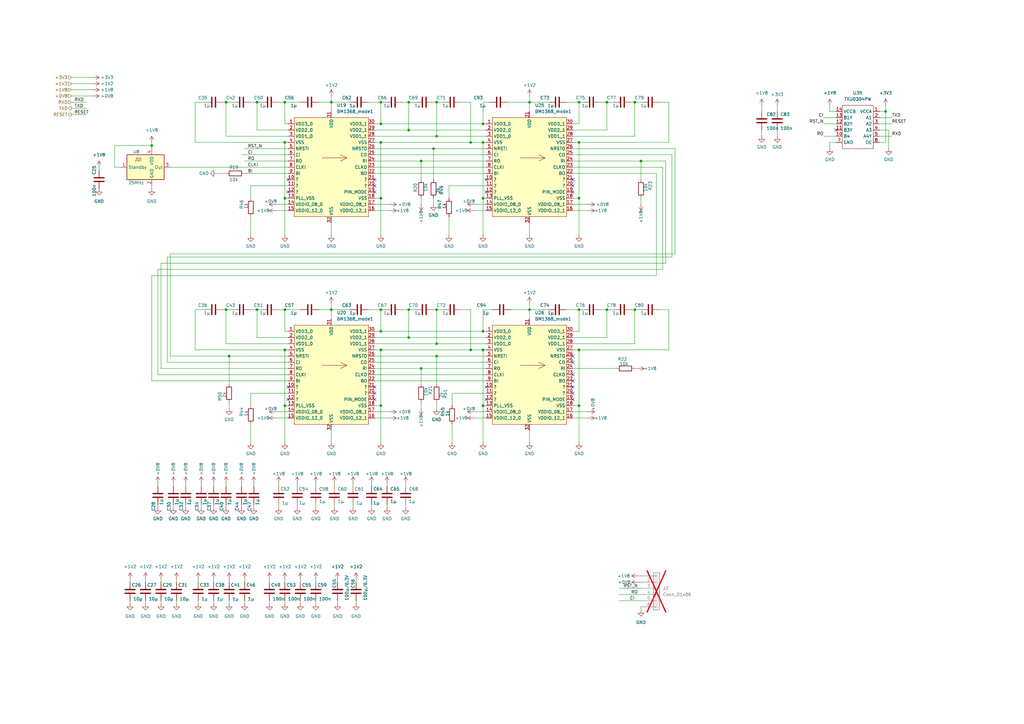
<source format=kicad_sch>
(kicad_sch (version 20231120) (generator "eeschema") (generator_version "8.0")
  (paper "A3")
  (title_block (title "BM1366 PiAxe") (date "2023-10-10") (rev "202"))
  (junction (at 217.17 41.91))
  (junction (at 262.89 66.04))
  (junction (at 156.21 41.91))
  (junction (at 167.64 127))
  (junction (at 248.92 41.91))
  (junction (at 198.12 166.37))
  (junction (at 167.64 41.91))
  (junction (at 363.22 45.72))
  (junction (at 237.49 127))
  (junction (at 92.71 127))
  (junction (at 105.41 127))
  (junction (at 92.71 41.91))
  (junction (at 179.07 127))
  (junction (at 135.89 127))
  (junction (at 116.84 166.37))
  (junction (at 237.49 166.37))
  (junction (at 156.21 50.8))
  (junction (at 62.23 59.69))
  (junction (at 116.84 127))
  (junction (at 116.84 143.51))
  (junction (at 193.04 58.42))
  (junction (at 198.12 135.89))
  (junction (at 93.98 146.05))
  (junction (at 198.12 81.28))
  (junction (at 156.21 127))
  (junction (at 237.49 81.28))
  (junction (at 237.49 58.42))
  (junction (at 260.35 41.91))
  (junction (at 177.8 60.96))
  (junction (at 193.04 143.51))
  (junction (at 172.72 151.13))
  (junction (at 198.12 50.8))
  (junction (at 156.21 135.89))
  (junction (at 237.49 143.51))
  (junction (at 135.89 41.91))
  (junction (at 179.07 146.05))
  (junction (at 260.35 127))
  (junction (at 156.21 143.51))
  (junction (at 105.41 41.91))
  (junction (at 156.21 166.37))
  (junction (at 237.49 41.91))
  (junction (at 116.84 58.42))
  (junction (at 248.92 127))
  (junction (at 179.07 140.97))
  (junction (at 172.72 66.04))
  (junction (at 217.17 127))
  (junction (at 167.64 138.43))
  (junction (at 116.84 41.91))
  (junction (at 116.84 81.28))
  (junction (at 156.21 58.42))
  (junction (at 179.07 55.88))
  (junction (at 198.12 58.42))
  (junction (at 156.21 81.28))
  (junction (at 167.64 53.34))
  (junction (at 179.07 41.91))
  (junction (at 198.12 143.51))
  (no_connect (at 234.95 73.66))
  (no_connect (at 153.67 163.83))
  (no_connect (at 342.9 53.34))
  (no_connect (at 153.67 158.75))
  (no_connect (at 234.95 78.74))
  (no_connect (at 118.11 163.83))
  (no_connect (at 153.67 161.29))
  (no_connect (at 234.95 153.67))
  (no_connect (at 234.95 161.29))
  (no_connect (at 234.95 148.59))
  (no_connect (at 234.95 156.21))
  (no_connect (at 153.67 73.66))
  (no_connect (at 153.67 76.2))
  (no_connect (at 234.95 158.75))
  (no_connect (at 234.95 163.83))
  (no_connect (at 199.39 158.75))
  (no_connect (at 199.39 78.74))
  (no_connect (at 199.39 163.83))
  (no_connect (at 234.95 146.05))
  (no_connect (at 199.39 73.66))
  (no_connect (at 153.67 78.74))
  (no_connect (at 118.11 78.74))
  (no_connect (at 118.11 158.75))
  (no_connect (at 118.11 73.66))
  (no_connect (at 234.95 76.2))
  (wire (pts (xy 153.67 151.13) (xy 172.72 151.13)))
  (wire (pts (xy 151.13 127) (xy 156.21 127)))
  (wire (pts (xy 87.63 246.38) (xy 87.63 247.65)))
  (wire (pts (xy 129.54 207.01) (xy 129.54 208.28)))
  (wire (pts (xy 185.42 161.29) (xy 199.39 161.29)))
  (wire (pts (xy 156.21 143.51) (xy 156.21 166.37)))
  (wire (pts (xy 62.23 59.69) (xy 62.23 60.96)))
  (wire (pts (xy 172.72 66.04) (xy 172.72 73.66)))
  (wire (pts (xy 66.04 246.38) (xy 66.04 247.65)))
  (wire (pts (xy 66.04 107.95) (xy 66.04 151.13)))
  (wire (pts (xy 259.08 127) (xy 260.35 127)))
  (wire (pts (xy 234.95 53.34) (xy 248.92 53.34)))
  (wire (pts (xy 167.64 138.43) (xy 199.39 138.43)))
  (wire (pts (xy 177.8 60.96) (xy 177.8 73.66)))
  (wire (pts (xy 29.21 34.29) (xy 38.1 34.29)))
  (wire (pts (xy 137.16 199.39) (xy 137.16 198.12)))
  (wire (pts (xy 179.07 55.88) (xy 179.07 41.91)))
  (wire (pts (xy 129.54 237.49) (xy 129.54 238.76)))
  (wire (pts (xy 217.17 176.53) (xy 217.17 181.61)))
  (wire (pts (xy 167.64 127) (xy 170.18 127)))
  (wire (pts (xy 246.38 127) (xy 248.92 127)))
  (wire (pts (xy 193.04 58.42) (xy 193.04 41.91)))
  (wire (pts (xy 167.64 53.34) (xy 167.64 41.91)))
  (wire (pts (xy 64.77 198.12) (xy 64.77 199.39)))
  (wire (pts (xy 156.21 58.42) (xy 156.21 81.28)))
  (wire (pts (xy 100.33 71.12) (xy 118.11 71.12)))
  (wire (pts (xy 237.49 41.91) (xy 238.76 41.91)))
  (wire (pts (xy 337.82 48.26) (xy 342.9 48.26)))
  (wire (pts (xy 105.41 127) (xy 106.68 127)))
  (wire (pts (xy 269.24 71.12) (xy 269.24 113.03)))
  (wire (pts (xy 274.32 127) (xy 270.51 127)))
  (wire (pts (xy 62.23 58.42) (xy 62.23 59.69)))
  (wire (pts (xy 64.77 207.01) (xy 64.77 208.28)))
  (wire (pts (xy 340.36 43.18) (xy 340.36 45.72)))
  (wire (pts (xy 62.23 113.03) (xy 62.23 156.21)))
  (wire (pts (xy 234.95 138.43) (xy 248.92 138.43)))
  (wire (pts (xy 153.67 168.91) (xy 160.02 168.91)))
  (wire (pts (xy 153.67 148.59) (xy 199.39 148.59)))
  (wire (pts (xy 234.95 58.42) (xy 237.49 58.42)))
  (wire (pts (xy 234.95 86.36) (xy 241.3 86.36)))
  (wire (pts (xy 40.64 68.58) (xy 40.64 69.85)))
  (wire (pts (xy 156.21 50.8) (xy 198.12 50.8)))
  (wire (pts (xy 156.21 135.89) (xy 156.21 127)))
  (wire (pts (xy 153.67 140.97) (xy 179.07 140.97)))
  (wire (pts (xy 198.12 166.37) (xy 198.12 181.61)))
  (wire (pts (xy 261.62 238.76) (xy 264.16 238.76)))
  (wire (pts (xy 234.95 143.51) (xy 237.49 143.51)))
  (wire (pts (xy 99.06 63.5) (xy 118.11 63.5)))
  (wire (pts (xy 156.21 166.37) (xy 156.21 181.61)))
  (wire (pts (xy 104.14 207.01) (xy 104.14 208.28)))
  (wire (pts (xy 137.16 207.01) (xy 137.16 208.28)))
  (wire (pts (xy 153.67 58.42) (xy 156.21 58.42)))
  (wire (pts (xy 217.17 41.91) (xy 224.79 41.91)))
  (wire (pts (xy 153.67 146.05) (xy 179.07 146.05)))
  (wire (pts (xy 262.89 81.28) (xy 262.89 83.82)))
  (wire (pts (xy 179.07 55.88) (xy 199.39 55.88)))
  (wire (pts (xy 271.78 68.58) (xy 234.95 68.58)))
  (wire (pts (xy 234.95 171.45) (xy 241.3 171.45)))
  (wire (pts (xy 59.69 237.49) (xy 59.69 238.76)))
  (wire (pts (xy 217.17 124.46) (xy 217.17 127)))
  (wire (pts (xy 82.55 207.01) (xy 82.55 208.28)))
  (wire (pts (xy 76.2 207.01) (xy 76.2 208.28)))
  (wire (pts (xy 179.07 127) (xy 181.61 127)))
  (wire (pts (xy 116.84 81.28) (xy 116.84 96.52)))
  (wire (pts (xy 198.12 127) (xy 201.93 127)))
  (wire (pts (xy 46.99 59.69) (xy 46.99 68.58)))
  (wire (pts (xy 66.04 151.13) (xy 118.11 151.13)))
  (wire (pts (xy 237.49 50.8) (xy 237.49 41.91)))
  (wire (pts (xy 246.38 41.91) (xy 248.92 41.91)))
  (wire (pts (xy 153.67 66.04) (xy 172.72 66.04)))
  (wire (pts (xy 364.49 53.34) (xy 360.68 53.34)))
  (wire (pts (xy 118.11 161.29) (xy 102.87 161.29)))
  (wire (pts (xy 123.19 246.38) (xy 123.19 247.65)))
  (wire (pts (xy 71.12 198.12) (xy 71.12 199.39)))
  (wire (pts (xy 194.31 83.82) (xy 199.39 83.82)))
  (wire (pts (xy 248.92 41.91) (xy 251.46 41.91)))
  (wire (pts (xy 29.21 31.75) (xy 38.1 31.75)))
  (wire (pts (xy 59.69 246.38) (xy 59.69 247.65)))
  (wire (pts (xy 62.23 59.69) (xy 46.99 59.69)))
  (wire (pts (xy 93.98 246.38) (xy 93.98 247.65)))
  (wire (pts (xy 217.17 39.37) (xy 217.17 41.91)))
  (wire (pts (xy 273.05 107.95) (xy 66.04 107.95)))
  (wire (pts (xy 146.05 237.49) (xy 146.05 238.76)))
  (wire (pts (xy 237.49 166.37) (xy 237.49 181.61)))
  (wire (pts (xy 184.15 88.9) (xy 184.15 96.52)))
  (wire (pts (xy 116.84 127) (xy 116.84 135.89)))
  (wire (pts (xy 100.33 246.38) (xy 100.33 247.65)))
  (wire (pts (xy 248.92 53.34) (xy 248.92 41.91)))
  (wire (pts (xy 179.07 140.97) (xy 179.07 127)))
  (wire (pts (xy 72.39 237.49) (xy 72.39 238.76)))
  (wire (pts (xy 100.33 237.49) (xy 100.33 238.76)))
  (wire (pts (xy 275.59 63.5) (xy 234.95 63.5)))
  (wire (pts (xy 275.59 105.41) (xy 275.59 63.5)))
  (wire (pts (xy 179.07 146.05) (xy 199.39 146.05)))
  (wire (pts (xy 184.15 76.2) (xy 199.39 76.2)))
  (wire (pts (xy 177.8 81.28) (xy 177.8 83.82)))
  (wire (pts (xy 360.68 48.26) (xy 365.76 48.26)))
  (wire (pts (xy 156.21 135.89) (xy 198.12 135.89)))
  (wire (pts (xy 274.32 58.42) (xy 274.32 41.91)))
  (wire (pts (xy 234.95 55.88) (xy 260.35 55.88)))
  (wire (pts (xy 234.95 140.97) (xy 260.35 140.97)))
  (wire (pts (xy 153.67 63.5) (xy 199.39 63.5)))
  (wire (pts (xy 177.8 127) (xy 179.07 127)))
  (wire (pts (xy 135.89 124.46) (xy 135.89 127)))
  (wire (pts (xy 234.95 66.04) (xy 262.89 66.04)))
  (wire (pts (xy 179.07 146.05) (xy 179.07 157.48)))
  (wire (pts (xy 153.67 55.88) (xy 179.07 55.88)))
  (wire (pts (xy 116.84 135.89) (xy 118.11 135.89)))
  (wire (pts (xy 340.36 45.72) (xy 342.9 45.72)))
  (wire (pts (xy 151.13 41.91) (xy 156.21 41.91)))
  (wire (pts (xy 46.99 68.58) (xy 49.53 68.58)))
  (wire (pts (xy 153.67 71.12) (xy 199.39 71.12)))
  (wire (pts (xy 99.06 198.12) (xy 99.06 199.39)))
  (wire (pts (xy 318.77 53.34) (xy 318.77 55.88)))
  (wire (pts (xy 262.89 248.92) (xy 264.16 248.92)))
  (wire (pts (xy 217.17 127) (xy 217.17 130.81)))
  (wire (pts (xy 363.22 43.18) (xy 363.22 45.72)))
  (wire (pts (xy 110.49 237.49) (xy 110.49 238.76)))
  (wire (pts (xy 114.3 41.91) (xy 116.84 41.91)))
  (wire (pts (xy 92.71 140.97) (xy 118.11 140.97)))
  (wire (pts (xy 165.1 41.91) (xy 167.64 41.91)))
  (wire (pts (xy 172.72 165.1) (xy 172.72 167.64)))
  (wire (pts (xy 237.49 135.89) (xy 237.49 127)))
  (wire (pts (xy 69.85 146.05) (xy 93.98 146.05)))
  (wire (pts (xy 274.32 143.51) (xy 274.32 127)))
  (wire (pts (xy 114.3 198.12) (xy 114.3 199.39)))
  (wire (pts (xy 135.89 91.44) (xy 135.89 96.52)))
  (wire (pts (xy 105.41 41.91) (xy 106.68 41.91)))
  (wire (pts (xy 237.49 81.28) (xy 237.49 96.52)))
  (wire (pts (xy 156.21 81.28) (xy 156.21 96.52)))
  (wire (pts (xy 217.17 91.44) (xy 217.17 96.52)))
  (wire (pts (xy 273.05 66.04) (xy 273.05 107.95)))
  (wire (pts (xy 237.49 143.51) (xy 237.49 166.37)))
  (wire (pts (xy 200.66 41.91) (xy 198.12 41.91)))
  (wire (pts (xy 234.95 166.37) (xy 237.49 166.37)))
  (wire (pts (xy 123.19 237.49) (xy 123.19 238.76)))
  (wire (pts (xy 153.67 153.67) (xy 199.39 153.67)))
  (wire (pts (xy 92.71 55.88) (xy 92.71 41.91)))
  (wire (pts (xy 116.84 58.42) (xy 116.84 81.28)))
  (wire (pts (xy 172.72 151.13) (xy 172.72 157.48)))
  (wire (pts (xy 69.85 104.14) (xy 69.85 146.05)))
  (wire (pts (xy 135.89 41.91) (xy 143.51 41.91)))
  (wire (pts (xy 156.21 127) (xy 157.48 127)))
  (wire (pts (xy 116.84 143.51) (xy 116.84 166.37)))
  (wire (pts (xy 167.64 138.43) (xy 167.64 127)))
  (wire (pts (xy 158.75 199.39) (xy 158.75 198.12)))
  (wire (pts (xy 153.67 81.28) (xy 156.21 81.28)))
  (wire (pts (xy 102.87 41.91) (xy 105.41 41.91)))
  (wire (pts (xy 102.87 127) (xy 105.41 127)))
  (wire (pts (xy 105.41 138.43) (xy 105.41 127)))
  (wire (pts (xy 116.84 58.42) (xy 80.01 58.42)))
  (wire (pts (xy 194.31 168.91) (xy 199.39 168.91)))
  (wire (pts (xy 194.31 86.36) (xy 199.39 86.36)))
  (wire (pts (xy 93.98 237.49) (xy 93.98 238.76)))
  (wire (pts (xy 80.01 41.91) (xy 83.82 41.91)))
  (wire (pts (xy 156.21 41.91) (xy 157.48 41.91)))
  (wire (pts (xy 114.3 127) (xy 116.84 127)))
  (wire (pts (xy 199.39 143.51) (xy 198.12 143.51)))
  (wire (pts (xy 234.95 168.91) (xy 241.3 168.91)))
  (wire (pts (xy 113.03 171.45) (xy 118.11 171.45)))
  (wire (pts (xy 217.17 41.91) (xy 217.17 45.72)))
  (wire (pts (xy 237.49 58.42) (xy 274.32 58.42)))
  (wire (pts (xy 121.92 198.12) (xy 121.92 199.39)))
  (wire (pts (xy 153.67 156.21) (xy 199.39 156.21)))
  (wire (pts (xy 184.15 76.2) (xy 184.15 81.28)))
  (wire (pts (xy 72.39 246.38) (xy 72.39 247.65)))
  (wire (pts (xy 208.28 41.91) (xy 217.17 41.91)))
  (wire (pts (xy 177.8 60.96) (xy 199.39 60.96)))
  (wire (pts (xy 135.89 176.53) (xy 135.89 181.61)))
  (wire (pts (xy 116.84 127) (xy 123.19 127)))
  (wire (pts (xy 152.4 207.01) (xy 152.4 208.28)))
  (wire (pts (xy 113.03 86.36) (xy 118.11 86.36)))
  (wire (pts (xy 68.58 148.59) (xy 118.11 148.59)))
  (wire (pts (xy 166.37 207.01) (xy 166.37 208.28)))
  (wire (pts (xy 276.86 104.14) (xy 69.85 104.14)))
  (wire (pts (xy 116.84 143.51) (xy 80.01 143.51)))
  (wire (pts (xy 68.58 105.41) (xy 275.59 105.41)))
  (wire (pts (xy 92.71 41.91) (xy 95.25 41.91)))
  (wire (pts (xy 193.04 143.51) (xy 198.12 143.51)))
  (wire (pts (xy 64.77 110.49) (xy 271.78 110.49)))
  (wire (pts (xy 130.81 41.91) (xy 135.89 41.91)))
  (wire (pts (xy 76.2 198.12) (xy 76.2 199.39)))
  (wire (pts (xy 116.84 50.8) (xy 118.11 50.8)))
  (wire (pts (xy 144.78 207.01) (xy 144.78 208.28)))
  (wire (pts (xy 113.03 83.82) (xy 118.11 83.82)))
  (wire (pts (xy 93.98 165.1) (xy 93.98 167.64)))
  (wire (pts (xy 177.8 41.91) (xy 179.07 41.91)))
  (wire (pts (xy 87.63 237.49) (xy 87.63 238.76)))
  (wire (pts (xy 234.95 151.13) (xy 252.73 151.13)))
  (wire (pts (xy 153.67 135.89) (xy 156.21 135.89)))
  (wire (pts (xy 102.87 161.29) (xy 102.87 166.37)))
  (wire (pts (xy 363.22 45.72) (xy 360.68 45.72)))
  (wire (pts (xy 193.04 58.42) (xy 198.12 58.42)))
  (wire (pts (xy 91.44 41.91) (xy 92.71 41.91)))
  (wire (pts (xy 153.67 166.37) (xy 156.21 166.37)))
  (wire (pts (xy 69.85 68.58) (xy 118.11 68.58)))
  (wire (pts (xy 82.55 198.12) (xy 82.55 199.39)))
  (wire (pts (xy 144.78 198.12) (xy 144.78 199.39)))
  (wire (pts (xy 234.95 71.12) (xy 269.24 71.12)))
  (wire (pts (xy 198.12 81.28) (xy 199.39 81.28)))
  (wire (pts (xy 337.82 55.88) (xy 342.9 55.88)))
  (wire (pts (xy 360.68 58.42) (xy 363.22 58.42)))
  (wire (pts (xy 129.54 199.39) (xy 129.54 198.12)))
  (wire (pts (xy 198.12 41.91) (xy 198.12 50.8)))
  (wire (pts (xy 105.41 53.34) (xy 105.41 41.91)))
  (wire (pts (xy 138.43 237.49) (xy 138.43 238.76)))
  (wire (pts (xy 318.77 43.18) (xy 318.77 45.72)))
  (wire (pts (xy 100.33 60.96) (xy 118.11 60.96)))
  (wire (pts (xy 259.08 41.91) (xy 260.35 41.91)))
  (wire (pts (xy 146.05 246.38) (xy 146.05 247.65)))
  (wire (pts (xy 260.35 55.88) (xy 260.35 41.91)))
  (wire (pts (xy 88.9 71.12) (xy 92.71 71.12)))
  (wire (pts (xy 234.95 83.82) (xy 241.3 83.82)))
  (wire (pts (xy 262.89 250.19) (xy 262.89 248.92)))
  (wire (pts (xy 135.89 127) (xy 143.51 127)))
  (wire (pts (xy 153.67 171.45) (xy 160.02 171.45)))
  (wire (pts (xy 194.31 171.45) (xy 199.39 171.45)))
  (wire (pts (xy 364.49 60.96) (xy 364.49 53.34)))
  (wire (pts (xy 116.84 166.37) (xy 118.11 166.37)))
  (wire (pts (xy 121.92 207.01) (xy 121.92 208.28)))
  (wire (pts (xy 198.12 143.51) (xy 198.12 166.37)))
  (wire (pts (xy 312.42 43.18) (xy 312.42 45.72)))
  (wire (pts (xy 153.67 86.36) (xy 160.02 86.36)))
  (wire (pts (xy 234.95 60.96) (xy 276.86 60.96)))
  (wire (pts (xy 102.87 76.2) (xy 102.87 81.28)))
  (wire (pts (xy 172.72 151.13) (xy 199.39 151.13)))
  (wire (pts (xy 260.35 127) (xy 262.89 127)))
  (wire (pts (xy 342.9 58.42) (xy 340.36 58.42)))
  (wire (pts (xy 91.44 127) (xy 92.71 127)))
  (wire (pts (xy 248.92 138.43) (xy 248.92 127)))
  (wire (pts (xy 116.84 246.38) (xy 116.84 247.65)))
  (wire (pts (xy 193.04 143.51) (xy 193.04 127)))
  (wire (pts (xy 80.01 127) (xy 83.82 127)))
  (wire (pts (xy 254 246.38) (xy 264.16 246.38)))
  (wire (pts (xy 153.67 68.58) (xy 199.39 68.58)))
  (wire (pts (xy 156.21 50.8) (xy 156.21 41.91)))
  (wire (pts (xy 167.64 53.34) (xy 199.39 53.34)))
  (wire (pts (xy 29.21 39.37) (xy 38.1 39.37)))
  (wire (pts (xy 217.17 127) (xy 224.79 127)))
  (wire (pts (xy 360.68 50.8) (xy 365.76 50.8)))
  (wire (pts (xy 93.98 146.05) (xy 93.98 157.48)))
  (wire (pts (xy 116.84 81.28) (xy 118.11 81.28)))
  (wire (pts (xy 237.49 58.42) (xy 237.49 81.28)))
  (wire (pts (xy 260.35 140.97) (xy 260.35 127)))
  (wire (pts (xy 93.98 146.05) (xy 118.11 146.05)))
  (wire (pts (xy 199.39 58.42) (xy 198.12 58.42)))
  (wire (pts (xy 135.89 39.37) (xy 135.89 41.91)))
  (wire (pts (xy 260.35 41.91) (xy 262.89 41.91)))
  (wire (pts (xy 104.14 198.12) (xy 104.14 199.39)))
  (wire (pts (xy 102.87 76.2) (xy 118.11 76.2)))
  (wire (pts (xy 340.36 58.42) (xy 340.36 60.96)))
  (wire (pts (xy 234.95 50.8) (xy 237.49 50.8)))
  (wire (pts (xy 116.84 237.49) (xy 116.84 238.76)))
  (wire (pts (xy 130.81 127) (xy 135.89 127)))
  (wire (pts (xy 167.64 41.91) (xy 170.18 41.91)))
  (wire (pts (xy 135.89 41.91) (xy 135.89 45.72)))
  (wire (pts (xy 193.04 41.91) (xy 189.23 41.91)))
  (wire (pts (xy 64.77 153.67) (xy 118.11 153.67)))
  (wire (pts (xy 92.71 55.88) (xy 118.11 55.88)))
  (wire (pts (xy 64.77 153.67) (xy 64.77 110.49)))
  (wire (pts (xy 234.95 135.89) (xy 237.49 135.89)))
  (wire (pts (xy 198.12 81.28) (xy 198.12 96.52)))
  (wire (pts (xy 153.67 138.43) (xy 167.64 138.43)))
  (wire (pts (xy 232.41 127) (xy 237.49 127)))
  (wire (pts (xy 248.92 127) (xy 251.46 127)))
  (wire (pts (xy 100.33 66.04) (xy 118.11 66.04)))
  (wire (pts (xy 92.71 127) (xy 95.25 127)))
  (wire (pts (xy 153.67 143.51) (xy 156.21 143.51)))
  (wire (pts (xy 113.03 168.91) (xy 118.11 168.91)))
  (wire (pts (xy 232.41 41.91) (xy 237.49 41.91)))
  (wire (pts (xy 87.63 198.12) (xy 87.63 199.39)))
  (wire (pts (xy 254 241.3) (xy 264.16 241.3)))
  (wire (pts (xy 234.95 81.28) (xy 237.49 81.28)))
  (wire (pts (xy 105.41 53.34) (xy 118.11 53.34)))
  (wire (pts (xy 360.68 55.88) (xy 365.76 55.88)))
  (wire (pts (xy 138.43 246.38) (xy 138.43 247.65)))
  (wire (pts (xy 102.87 173.99) (xy 102.87 181.61)))
  (wire (pts (xy 179.07 41.91) (xy 181.61 41.91)))
  (wire (pts (xy 62.23 76.2) (xy 62.23 77.47)))
  (wire (pts (xy 80.01 143.51) (xy 80.01 127)))
  (wire (pts (xy 102.87 88.9) (xy 102.87 96.52)))
  (wire (pts (xy 92.71 207.01) (xy 92.71 208.28)))
  (wire (pts (xy 179.07 165.1) (xy 179.07 167.64)))
  (wire (pts (xy 158.75 207.01) (xy 158.75 208.28)))
  (wire (pts (xy 81.28 246.38) (xy 81.28 247.65)))
  (wire (pts (xy 185.42 161.29) (xy 185.42 166.37)))
  (wire (pts (xy 92.71 198.12) (xy 92.71 199.39)))
  (wire (pts (xy 337.82 50.8) (xy 342.9 50.8)))
  (wire (pts (xy 87.63 207.01) (xy 87.63 208.28)))
  (wire (pts (xy 260.35 151.13) (xy 261.62 151.13)))
  (wire (pts (xy 62.23 156.21) (xy 118.11 156.21)))
  (wire (pts (xy 92.71 140.97) (xy 92.71 127)))
  (wire (pts (xy 179.07 140.97) (xy 199.39 140.97)))
  (wire (pts (xy 262.89 66.04) (xy 273.05 66.04)))
  (wire (pts (xy 68.58 148.59) (xy 68.58 105.41)))
  (wire (pts (xy 129.54 246.38) (xy 129.54 247.65)))
  (wire (pts (xy 153.67 53.34) (xy 167.64 53.34)))
  (wire (pts (xy 116.84 41.91) (xy 123.19 41.91)))
  (wire (pts (xy 271.78 110.49) (xy 271.78 68.58)))
  (wire (pts (xy 118.11 58.42) (xy 116.84 58.42)))
  (wire (pts (xy 135.89 127) (xy 135.89 130.81)))
  (wire (pts (xy 261.62 236.22) (xy 264.16 236.22)))
  (wire (pts (xy 156.21 143.51) (xy 193.04 143.51)))
  (wire (pts (xy 71.12 207.01) (xy 71.12 208.28)))
  (wire (pts (xy 118.11 143.51) (xy 116.84 143.51)))
  (wire (pts (xy 172.72 81.28) (xy 172.72 83.82)))
  (wire (pts (xy 269.24 113.03) (xy 62.23 113.03)))
  (wire (pts (xy 29.21 41.91) (xy 35.56 41.91)))
  (wire (pts (xy 81.28 237.49) (xy 81.28 238.76)))
  (wire (pts (xy 237.49 143.51) (xy 274.32 143.51)))
  (wire (pts (xy 116.84 41.91) (xy 116.84 50.8)))
  (wire (pts (xy 166.37 199.39) (xy 166.37 198.12)))
  (wire (pts (xy 172.72 66.04) (xy 199.39 66.04)))
  (wire (pts (xy 274.32 41.91) (xy 270.51 41.91)))
  (wire (pts (xy 165.1 127) (xy 167.64 127)))
  (wire (pts (xy 198.12 127) (xy 198.12 135.89)))
  (wire (pts (xy 105.41 138.43) (xy 118.11 138.43)))
  (wire (pts (xy 53.34 237.49) (xy 53.34 238.76)))
  (wire (pts (xy 156.21 58.42) (xy 193.04 58.42)))
  (wire (pts (xy 66.04 237.49) (xy 66.04 238.76)))
  (wire (pts (xy 153.67 83.82) (xy 160.02 83.82)))
  (wire (pts (xy 209.55 127) (xy 217.17 127)))
  (wire (pts (xy 262.89 66.04) (xy 262.89 73.66)))
  (wire (pts (xy 198.12 58.42) (xy 198.12 81.28)))
  (wire (pts (xy 110.49 246.38) (xy 110.49 247.65)))
  (wire (pts (xy 153.67 60.96) (xy 177.8 60.96)))
  (wire (pts (xy 153.67 50.8) (xy 156.21 50.8)))
  (wire (pts (xy 114.3 207.01) (xy 114.3 208.28)))
  (wire (pts (xy 193.04 127) (xy 189.23 127)))
  (wire (pts (xy 116.84 166.37) (xy 116.84 181.61)))
  (wire (pts (xy 29.21 44.45) (xy 35.56 44.45)))
  (wire (pts (xy 312.42 53.34) (xy 312.42 55.88)))
  (wire (pts (xy 152.4 198.12) (xy 152.4 199.39)))
  (wire (pts (xy 185.42 173.99) (xy 185.42 181.61)))
  (wire (pts (xy 254 243.84) (xy 264.16 243.84)))
  (wire (pts (xy 80.01 58.42) (xy 80.01 41.91)))
  (wire (pts (xy 276.86 60.96) (xy 276.86 104.14)))
  (wire (pts (xy 198.12 50.8) (xy 199.39 50.8)))
  (wire (pts (xy 363.22 58.42) (xy 363.22 45.72)))
  (wire (pts (xy 99.06 207.01) (xy 99.06 208.28)))
  (wire (pts (xy 237.49 127) (xy 238.76 127)))
  (wire (pts (xy 29.21 46.99) (xy 35.56 46.99)))
  (wire (pts (xy 53.34 246.38) (xy 53.34 247.65)))
  (wire (pts (xy 29.21 36.83) (xy 38.1 36.83)))
  (wire (pts (xy 198.12 135.89) (xy 199.39 135.89)))
  (wire (pts (xy 198.12 166.37) (xy 199.39 166.37)))
  (label "RO" (at 337.82 55.88 180))
  (label "RESET" (at 365.76 50.8 0))
  (label "RST_N" (at 261.62 241.3 180))
  (label "RO" (at 101.6 66.04 0))
  (label "CI" (at 260.35 246.38 180))
  (label "CLKI" (at 101.6 68.58 0))
  (label "TXD" (at 30.48 44.45 0))
  (label "RXD" (at 30.48 41.91 0))
  (label "RST_N" (at 101.6 60.96 0))
  (label "TXD" (at 365.76 48.26 0))
  (label "RST_N" (at 337.82 50.8 180))
  (label "RXD" (at 365.76 55.88 0))
  (label "RESET" (at 30.48 46.99 0))
  (label "RO" (at 261.62 243.84 180))
  (label "BI" (at 101.6 71.12 0))
  (label "CI" (at 101.6 63.5 0))
  (label "CI" (at 337.82 48.26 180))
  (hierarchical_label "+3V3" (shape input) (at 29.21 31.75 180))
  (hierarchical_label "+0V8" (shape input) (at 29.21 39.37 180))
  (hierarchical_label "+1V8" (shape input) (at 29.21 36.83 180))
  (hierarchical_label "TXD" (shape output) (at 29.21 44.45 180))
  (hierarchical_label "RESET" (shape output) (at 29.21 46.99 180))
  (hierarchical_label "+1V2" (shape input) (at 29.21 34.29 180))
  (hierarchical_label "RXD" (shape input) (at 29.21 41.91 180))
  (symbol (lib_id "power:GND") (at 64.77 208.28 0) (mirror y) (unit 1)
    (property "Reference" "#PWR062" (effects (hide yes)))
    (property "Value" "GND" (at 64.77 212.725 0))
  )
  (symbol (lib_name "GND_7") (lib_id "power:GND") (at 123.19 247.65 0) (unit 1)
    (property "Reference" "#PWR0102" (effects (hide yes)))
    (property "Value" "GND" (at 123.19 252.73 0))
  )
  (symbol (lib_id "power:GND") (at 312.42 55.88 0) (mirror y) (unit 1)
    (property "Reference" "#PWR0150" (effects (hide yes)))
    (property "Value" "GND" (at 312.42 60.325 0))
  )
  (symbol (lib_id "Device:C") (at 173.99 127 90) (unit 1)
    (property "Reference" "C70" (at 171.45 124.46 90) (effects (justify left bottom)))
    (property "Value" "1µ" (at 172.72 127.635 90) (effects (justify left bottom)))
    (property "Footprint" "Capacitor_SMD:C_0805_2012Metric" (effects (hide yes)))
  )
  (symbol (lib_name "GND_7") (lib_id "power:GND") (at 81.28 247.65 0) (unit 1)
    (property "Reference" "#PWR070" (effects (hide yes)))
    (property "Value" "GND" (at 81.28 252.73 0))
  )
  (symbol (lib_id "power:+1V2") (at 38.1 34.29 270) (unit 1)
    (property "Reference" "#PWR050" (effects (hide yes)))
    (property "Value" "+1V2" (at 41.275 34.29 90) (effects (justify left)))
  )
  (symbol (lib_id "Device:C") (at 92.71 203.2 180) (unit 1)
    (property "Reference" "C40" (at 90.17 205.74 90) (effects (justify left bottom)))
    (property "Value" "1µ" (at 93.345 204.47 90) (effects (justify left bottom)))
    (property "Footprint" "Capacitor_SMD:C_0805_2012Metric" (effects (hide yes)))
  )
  (symbol (lib_id "mylib7:+0V8") (at 113.03 168.91 90) (unit 1)
    (property "Reference" "#U018" (effects (hide yes)))
    (property "Value" "+0V8" (at 113.665 167.64 90) (effects (justify left)))
    (property "Distributor" "-" (effects (hide yes)))
  )
  (symbol (lib_id "power:+1V8") (at 62.23 58.42 0) (unit 1)
    (property "Reference" "#PWR060" (effects (hide yes)))
    (property "Value" "+1V8" (at 62.23 53.34 0))
  )
  (symbol (lib_id "power:+1V8") (at 312.42 43.18 0) (unit 1)
    (property "Reference" "#PWR0149" (effects (hide yes)))
    (property "Value" "+1V8" (at 312.42 38.1 0))
  )
  (symbol (lib_id "power:+1V8") (at 261.62 236.22 90) (unit 1)
    (property "Reference" "#PWR0190" (effects (hide yes)))
    (property "Value" "+1V8" (at 258.445 236.22 90) (effects (justify left)))
  )
  (symbol (lib_name "GND_7") (lib_id "power:GND") (at 72.39 247.65 0) (unit 1)
    (property "Reference" "#PWR067" (effects (hide yes)))
    (property "Value" "GND" (at 72.39 252.73 0))
  )
  (symbol (lib_id "power:+1V2") (at 93.98 237.49 0) (unit 1)
    (property "Reference" "#PWR079" (effects (hide yes)))
    (property "Value" "+1V2" (at 93.98 232.41 0))
  )
  (symbol (lib_id "power:GND") (at 217.17 181.61 0) (mirror y) (unit 1)
    (property "Reference" "#PWR0134" (effects (hide yes)))
    (property "Value" "GND" (at 217.17 186.055 0))
  )
  (symbol (lib_id "power:+1V2") (at 217.17 39.37 0) (unit 1)
    (property "Reference" "#PWR0131" (effects (hide yes)))
    (property "Value" "+1V2" (at 217.17 34.925 0))
  )
  (symbol (lib_id "power:GND") (at 217.17 96.52 0) (mirror y) (unit 1)
    (property "Reference" "#PWR0132" (effects (hide yes)))
    (property "Value" "GND" (at 217.17 100.965 0))
  )
  (symbol (lib_id "Device:R") (at 172.72 77.47 0) (unit 1)
    (property "Reference" "R20" (at 170.434 76.962 90))
    (property "Value" "10k" (at 174.625 76.835 90))
    (property "Footprint" "Resistor_SMD:R_0805_2012Metric" (effects (hide yes)))
  )
  (symbol (lib_id "power:GND") (at 166.37 208.28 0) (mirror y) (unit 1)
    (property "Reference" "#PWR0124" (effects (hide yes)))
    (property "Value" "GND" (at 166.37 212.725 0))
  )
  (symbol (lib_id "Device:C") (at 99.06 127 90) (unit 1)
    (property "Reference" "C43" (at 96.52 124.46 90) (effects (justify left bottom)))
    (property "Value" "1µ" (at 97.79 127.635 90) (effects (justify left bottom)))
    (property "Footprint" "Capacitor_SMD:C_0805_2012Metric" (effects (hide yes)))
  )
  (symbol (lib_id "power:+1V8") (at 113.03 86.36 90) (unit 1)
    (property "Reference" "#PWR091" (effects (hide yes)))
    (property "Value" "+1V8" (at 107.95 86.36 90))
  )
  (symbol (lib_id "power:+1V2") (at 123.19 237.49 0) (unit 1)
    (property "Reference" "#PWR0101" (effects (hide yes)))
    (property "Value" "+1V2" (at 123.19 232.41 0))
  )
  (symbol (lib_id "power:+1V2") (at 66.04 237.49 0) (unit 1)
    (property "Reference" "#PWR063" (effects (hide yes)))
    (property "Value" "+1V2" (at 66.04 232.41 0))
  )
  (symbol (lib_id "power:+1V8") (at 144.78 198.12 0) (unit 1)
    (property "Reference" "#PWR0113" (effects (hide yes)))
    (property "Value" "+1V8" (at 144.78 194.31 0))
  )
  (symbol (lib_id "power:GND") (at 237.49 181.61 0) (mirror y) (unit 1)
    (property "Reference" "#PWR0136" (effects (hide yes)))
    (property "Value" "GND" (at 237.49 186.055 0))
  )
  (symbol (lib_id "Device:C") (at 185.42 41.91 90) (unit 1)
    (property "Reference" "C71" (at 182.88 39.37 90) (effects (justify left bottom)))
    (property "Value" "1µ" (at 184.15 42.545 90) (effects (justify left bottom)))
    (property "Footprint" "Capacitor_SMD:C_0805_2012Metric" (effects (hide yes)))
  )
  (symbol (lib_id "power:+1V2") (at 87.63 237.49 0) (unit 1)
    (property "Reference" "#PWR073" (effects (hide yes)))
    (property "Value" "+1V2" (at 87.63 232.41 0))
  )
  (symbol (lib_id "power:GND") (at 135.89 96.52 0) (mirror y) (unit 1)
    (property "Reference" "#PWR0108" (effects (hide yes)))
    (property "Value" "GND" (at 135.89 100.965 0))
  )
  (symbol (lib_id "Device:R") (at 185.42 170.18 0) (mirror y) (unit 1)
    (property "Reference" "R45" (at 181.61 168.91 90))
    (property "Value" "1k" (at 183.515 169.545 90))
    (property "Footprint" "Resistor_SMD:R_0805_2012Metric" (effects (hide yes)))
  )
  (symbol (lib_name "GND_4") (lib_id "power:GND") (at 88.9 71.12 270) (unit 1)
    (property "Reference" "#PWR075" (effects (hide yes)))
    (property "Value" "GND" (at 85.725 71.12 90) (effects (justify right)))
  )
  (symbol (lib_id "mylib7:+0V8") (at 241.3 83.82 270) (unit 1)
    (property "Reference" "#U027" (effects (hide yes)))
    (property "Value" "+0V8" (at 244.475 83.82 90) (effects (justify left)))
    (property "Distributor" "-" (effects (hide yes)))
  )
  (symbol (lib_id "mylib7:TXU0304") (at 350.52 50.8 0) (mirror y) (unit 1)
    (property "Reference" "U35" (at 351.79 38.1 0))
    (property "Value" "TXU0304PW" (at 351.79 40.64 0))
    (property "Footprint" "Package_SO:TSSOP-14_4.4x5mm_P0.65mm " (effects (hide yes)))
    (property "Distributor" "D" (effects (hide yes)))
    (property "Manufacturer" "TXU0304PWR" (effects (hide yes)))
    (property "OrderNr" "296-TXU0304PWRCT-ND" (effects (hide yes)))
  )
  (symbol (lib_id "power:+1V8") (at 160.02 86.36 270) (unit 1)
    (property "Reference" "#PWR0121" (effects (hide yes)))
    (property "Value" "+1V8" (at 165.1 86.36 90))
  )
  (symbol (lib_id "power:+1V8") (at 38.1 36.83 270) (unit 1)
    (property "Reference" "#PWR051" (effects (hide yes)))
    (property "Value" "+1V8" (at 41.275 36.83 90) (effects (justify left)))
  )
  (symbol (lib_id "power:+1V8") (at 152.4 198.12 0) (unit 1)
    (property "Reference" "#PWR0115" (effects (hide yes)))
    (property "Value" "+1V8" (at 152.4 194.31 0))
  )
  (symbol (lib_id "mylib7:+0V8") (at 99.06 198.12 0) (unit 1)
    (property "Reference" "#U015" (effects (hide yes)))
    (property "Value" "+0V8" (at 99.06 194.945 90) (effects (justify left)))
    (property "Distributor" "-" (effects (hide yes)))
  )
  (symbol (lib_id "power:GND") (at 92.71 208.28 0) (mirror y) (unit 1)
    (property "Reference" "#PWR078" (effects (hide yes)))
    (property "Value" "GND" (at 92.71 212.725 0))
  )
  (symbol (lib_id "mylib7:+0V8") (at 160.02 83.82 270) (unit 1)
    (property "Reference" "#U021" (effects (hide yes)))
    (property "Value" "+0V8" (at 163.195 83.82 90) (effects (justify left)))
    (property "Distributor" "-" (effects (hide yes)))
  )
  (symbol (lib_id "power:GND") (at 71.12 208.28 0) (mirror y) (unit 1)
    (property "Reference" "#PWR065" (effects (hide yes)))
    (property "Value" "GND" (at 71.12 212.725 0))
  )
  (symbol (lib_id "mylib7:+0V8") (at 71.12 198.12 0) (unit 1)
    (property "Reference" "#U010" (effects (hide yes)))
    (property "Value" "+0V8" (at 71.12 194.945 90) (effects (justify left)))
    (property "Distributor" "-" (effects (hide yes)))
  )
  (symbol (lib_id "Device:R") (at 93.98 161.29 180) (unit 1)
    (property "Reference" "R50" (at 90.17 162.56 90))
    (property "Value" "2k" (at 92.075 161.925 90))
    (property "Footprint" "Resistor_SMD:R_0805_2012Metric" (effects (hide yes)))
  )
  (symbol (lib_id "Device:C") (at 173.99 41.91 90) (unit 1)
    (property "Reference" "C69" (at 171.45 39.37 90) (effects (justify left bottom)))
    (property "Value" "1µ" (at 172.72 42.545 90) (effects (justify left bottom)))
    (property "Footprint" "Capacitor_SMD:C_0805_2012Metric" (effects (hide yes)))
  )
  (symbol (lib_id "Device:R") (at 177.8 77.47 0) (mirror x) (unit 1)
    (property "Reference" "R49" (at 181.102 77.978 90))
    (property "Value" "2k" (at 179.705 78.105 90))
    (property "Footprint" "Resistor_SMD:R_0805_2012Metric" (effects (hide yes)))
  )
  (symbol (lib_id "Device:C") (at 110.49 242.57 0) (unit 1)
    (property "Reference" "C49" (at 111.125 240.665 0) (effects (justify left bottom)))
    (property "Value" "100n" (at 111.76 246.38 0) (effects (justify left bottom)))
    (property "Footprint" "Capacitor_SMD:C_0805_2012Metric" (effects (hide yes)))
  )
  (symbol (lib_id "Device:C") (at 76.2 203.2 180) (unit 1)
    (property "Reference" "C32" (at 73.66 205.74 90) (effects (justify left bottom)))
    (property "Value" "1µ" (at 76.835 204.47 90) (effects (justify left bottom)))
    (property "Footprint" "Capacitor_SMD:C_0805_2012Metric" (effects (hide yes)))
  )
  (symbol (lib_id "mylib7:+0V8") (at 87.63 198.12 0) (unit 1)
    (property "Reference" "#U013" (effects (hide yes)))
    (property "Value" "+0V8" (at 87.63 194.945 90) (effects (justify left)))
    (property "Distributor" "-" (effects (hide yes)))
  )
  (symbol (lib_id "Device:C") (at 138.43 242.57 0) (unit 1)
    (property "Reference" "C55" (at 137.16 241.3 90) (effects (justify left)))
    (property "Value" "100µ/6.3V" (at 142.24 246.38 90) (effects (justify left)))
    (property "Footprint" "Capacitor_SMD:C_1210_3225Metric" (effects (hide yes)))
    (property "Distributor" "D" (effects (hide yes)))
    (property "Manufacturer" "C1210C107M8PAC7800" (effects (hide yes)))
    (property "OrderNr" "399-C1210C107M8PAC7800CT-ND" (effects (hide yes)))
    (instances (project "power" (path "" (reference "C55") (unit 1))) (project "nerdqaxe+" (path "" (reference "C15") (unit 1))))
  )
  (symbol (lib_id "mylib7:+0V8") (at 194.31 168.91 90) (unit 1)
    (property "Reference" "#U024" (effects (hide yes)))
    (property "Value" "+0V8" (at 194.945 167.64 90) (effects (justify left)))
    (property "Distributor" "-" (effects (hide yes)))
  )
  (symbol (lib_id "power:GND") (at 198.12 181.61 0) (mirror y) (unit 1)
    (property "Reference" "#PWR0130" (effects (hide yes)))
    (property "Value" "GND" (at 198.12 186.055 0))
  )
  (symbol (lib_id "Device:C") (at 242.57 127 90) (unit 1)
    (property "Reference" "C76" (at 240.03 124.46 90) (effects (justify left bottom)))
    (property "Value" "1µ" (at 241.3 127.635 90) (effects (justify left bottom)))
    (property "Footprint" "Capacitor_SMD:C_0805_2012Metric" (effects (hide yes)))
  )
  (symbol (lib_id "Device:R") (at 172.72 161.29 0) (unit 1)
    (property "Reference" "R21" (at 176.53 160.02 90))
    (property "Value" "10k" (at 174.625 160.655 90))
    (property "Footprint" "Resistor_SMD:R_0805_2012Metric" (effects (hide yes)))
  )
  (symbol (lib_id "power:GND") (at 184.15 96.52 0) (mirror y) (unit 1)
    (property "Reference" "#PWR0234" (effects (hide yes)))
    (property "Value" "GND" (at 184.15 100.965 0))
  )
  (symbol (lib_id "power:GND") (at 144.78 208.28 0) (mirror y) (unit 1)
    (property "Reference" "#PWR0114" (effects (hide yes)))
    (property "Value" "GND" (at 144.78 212.725 0))
  )
  (symbol (lib_id "power:GND") (at 102.87 96.52 0) (mirror y) (unit 1)
    (property "Reference" "#PWR0233" (effects (hide yes)))
    (property "Value" "GND" (at 102.87 100.965 0))
  )
  (symbol (lib_id "Device:C") (at 166.37 203.2 0) (unit 1)
    (property "Reference" "C68" (at 167.64 201.295 0) (effects (justify left bottom)))
    (property "Value" "1µ" (at 167.64 206.375 0) (effects (justify left bottom)))
    (property "Footprint" "Capacitor_SMD:C_0805_2012Metric" (effects (hide yes)))
  )
  (symbol (lib_id "power:+1V8") (at 194.31 86.36 90) (unit 1)
    (property "Reference" "#PWR0127" (effects (hide yes)))
    (property "Value" "+1V8" (at 189.23 86.36 90))
  )
  (symbol (lib_id "power:+1V8") (at 172.72 167.64 180) (unit 1)
    (property "Reference" "#PWR0126" (effects (hide yes)))
    (property "Value" "+1V8" (at 172.72 172.72 90))
  )
  (symbol (lib_id "power:+1V2") (at 81.28 237.49 0) (unit 1)
    (property "Reference" "#PWR069" (effects (hide yes)))
    (property "Value" "+1V2" (at 81.28 232.41 0))
  )
  (symbol (lib_id "power:+1V8") (at 113.03 171.45 90) (unit 1)
    (property "Reference" "#PWR092" (effects (hide yes)))
    (property "Value" "+1V8" (at 107.95 171.45 90))
  )
  (symbol (lib_id "mylib7:+0V8") (at 113.03 83.82 90) (unit 1)
    (property "Reference" "#U017" (effects (hide yes)))
    (property "Value" "+0V8" (at 113.665 82.55 90) (effects (justify left)))
    (property "Distributor" "-" (effects (hide yes)))
  )
  (symbol (lib_id "power:+1V8") (at 137.16 198.12 0) (unit 1)
    (property "Reference" "#PWR0111" (effects (hide yes)))
    (property "Value" "+1V8" (at 137.16 194.31 0))
  )
  (symbol (lib_id "power:GND") (at 104.14 208.28 0) (mirror y) (unit 1)
    (property "Reference" "#PWR086" (effects (hide yes)))
    (property "Value" "GND" (at 104.14 212.725 0))
  )
  (symbol (lib_id "power:GND") (at 138.43 247.65 0) (mirror y) (unit 1)
    (property "Reference" "#PWR087" (effects (hide yes)))
    (property "Value" "GND" (at 138.43 252.73 0))
  )
  (symbol (lib_id "power:+1V2") (at 53.34 237.49 0) (unit 1)
    (property "Reference" "#PWR056" (effects (hide yes)))
    (property "Value" "+1V2" (at 53.34 232.41 0))
  )
  (symbol (lib_id "power:+1V8") (at 158.75 198.12 0) (unit 1)
    (property "Reference" "#PWR0119" (effects (hide yes)))
    (property "Value" "+1V8" (at 158.75 194.31 0))
  )
  (symbol (lib_id "Device:C") (at 147.32 127 90) (unit 1)
    (property "Reference" "C63" (at 144.145 124.46 90) (effects (justify left bottom)))
    (property "Value" "1µ" (at 146.05 127.635 90) (effects (justify left bottom)))
    (property "Footprint" "Capacitor_SMD:C_0805_2012Metric" (effects (hide yes)))
  )
  (symbol (lib_id "Device:C") (at 81.28 242.57 0) (unit 1)
    (property "Reference" "C33" (at 81.915 240.665 0) (effects (justify left bottom)))
    (property "Value" "1µ" (at 82.55 246.38 0) (effects (justify left bottom)))
    (property "Footprint" "Capacitor_SMD:C_0805_2012Metric" (effects (hide yes)))
  )
  (symbol (lib_id "power:+1V2") (at 138.43 237.49 0) (unit 1)
    (property "Reference" "#PWR076" (effects (hide yes)))
    (property "Value" "+1V2" (at 138.43 232.41 0))
  )
  (symbol (lib_id "power:+1V8") (at 340.36 43.18 0) (unit 1)
    (property "Reference" "#PWR0163" (effects (hide yes)))
    (property "Value" "+1V8" (at 340.36 38.1 0))
  )
  (symbol (lib_id "Device:R") (at 96.52 71.12 90) (unit 1)
    (property "Reference" "R19" (at 95.885 68.58 90))
    (property "Value" "10k" (at 95.885 73.66 90))
    (property "Footprint" "Resistor_SMD:R_0805_2012Metric" (effects (hide yes)))
  )
  (symbol (lib_id "Device:C") (at 185.42 127 90) (unit 1)
    (property "Reference" "C72" (at 182.88 124.46 90) (effects (justify left bottom)))
    (property "Value" "1µ" (at 184.15 127.635 90) (effects (justify left bottom)))
    (property "Footprint" "Capacitor_SMD:C_0805_2012Metric" (effects (hide yes)))
  )
  (symbol (lib_id "power:+3V3") (at 318.77 43.18 0) (unit 1)
    (property "Reference" "#PWR0151" (effects (hide yes)))
    (property "Value" "+3V3" (at 318.77 38.735 0))
  )
  (symbol (lib_id "mylib7:+0V8") (at 64.77 198.12 0) (unit 1)
    (property "Reference" "#U09" (effects (hide yes)))
    (property "Value" "+0V8" (at 64.77 194.945 90) (effects (justify left)))
    (property "Distributor" "-" (effects (hide yes)))
  )
  (symbol (lib_id "mylib7:+0V8") (at 194.31 83.82 90) (unit 1)
    (property "Reference" "#U023" (effects (hide yes)))
    (property "Value" "+0V8" (at 194.945 82.55 90) (effects (justify left)))
    (property "Distributor" "-" (effects (hide yes)))
  )
  (symbol (lib_id "Device:C") (at 99.06 203.2 180) (unit 1)
    (property "Reference" "C44" (at 96.52 205.74 90) (effects (justify left bottom)))
    (property "Value" "1µ" (at 99.695 204.47 90) (effects (justify left bottom)))
    (property "Footprint" "Capacitor_SMD:C_0805_2012Metric" (effects (hide yes)))
  )
  (symbol (lib_id "power:+1V2") (at 59.69 237.49 0) (unit 1)
    (property "Reference" "#PWR058" (effects (hide yes)))
    (property "Value" "+1V2" (at 59.69 232.41 0))
  )
  (symbol (lib_id "Device:C") (at 228.6 41.91 90) (unit 1)
    (property "Reference" "C73" (at 225.425 39.37 90) (effects (justify left bottom)))
    (property "Value" "1µ" (at 227.33 42.545 90) (effects (justify left bottom)))
    (property "Footprint" "Capacitor_SMD:C_0805_2012Metric" (effects (hide yes)))
  )
  (symbol (lib_id "Device:C") (at 318.77 49.53 0) (unit 1)
    (property "Reference" "C83" (at 320.04 47.625 0) (effects (justify left bottom)))
    (property "Value" "100n" (at 320.04 53.34 0) (effects (justify left bottom)))
    (property "Footprint" "Capacitor_SMD:C_0805_2012Metric" (effects (hide yes)))
  )
  (symbol (lib_id "power:+1V8") (at 129.54 198.12 0) (unit 1)
    (property "Reference" "#PWR0103" (effects (hide yes)))
    (property "Value" "+1V8" (at 129.54 194.31 0))
  )
  (symbol (lib_id "power:GND") (at 137.16 208.28 0) (mirror y) (unit 1)
    (property "Reference" "#PWR0112" (effects (hide yes)))
    (property "Value" "GND" (at 137.16 212.725 0))
  )
  (symbol (lib_id "power:+1V8") (at 172.72 83.82 180) (unit 1)
    (property "Reference" "#PWR0125" (effects (hide yes)))
    (property "Value" "+1V8" (at 172.72 88.9 90))
  )
  (symbol (lib_id "Device:C") (at 116.84 242.57 0) (unit 1)
    (property "Reference" "C53" (at 117.475 240.665 0) (effects (justify left bottom)))
    (property "Value" "100n" (at 118.11 246.38 0) (effects (justify left bottom)))
    (property "Footprint" "Capacitor_SMD:C_0805_2012Metric" (effects (hide yes)))
  )
  (symbol (lib_id "power:GND") (at 198.12 96.52 0) (mirror y) (unit 1)
    (property "Reference" "#PWR0129" (effects (hide yes)))
    (property "Value" "GND" (at 198.12 100.965 0))
  )
  (symbol (lib_id "power:+1V8") (at 121.92 198.12 0) (unit 1)
    (property "Reference" "#PWR099" (effects (hide yes)))
    (property "Value" "+1V8" (at 121.92 194.31 0))
  )
  (symbol (lib_id "Device:C") (at 40.64 73.66 0) (unit 1)
    (property "Reference" "C25" (at 39.37 71.755 90) (effects (justify left bottom)))
    (property "Value" "100n" (at 39.37 80.645 90) (effects (justify left bottom)))
    (property "Footprint" "Capacitor_SMD:C_0805_2012Metric" (effects (hide yes)))
  )
  (symbol (lib_id "mylib7:+0V8") (at 82.55 198.12 0) (unit 1)
    (property "Reference" "#U012" (effects (hide yes)))
    (property "Value" "+0V8" (at 82.55 194.945 90) (effects (justify left)))
    (property "Distributor" "-" (effects (hide yes)))
  )
  (symbol (lib_id "power:+1V2") (at 116.84 237.49 0) (unit 1)
    (property "Reference" "#PWR097" (effects (hide yes)))
    (property "Value" "+1V2" (at 116.84 232.41 0))
  )
  (symbol (lib_id "Device:C") (at 152.4 203.2 0) (unit 1)
    (property "Reference" "C64" (at 153.035 201.295 0) (effects (justify left bottom)))
    (property "Value" "1µ" (at 153.035 207.01 0) (effects (justify left bottom)))
    (property "Footprint" "Capacitor_SMD:C_0805_2012Metric" (effects (hide yes)))
  )
  (symbol (lib_id "power:+1V8") (at 262.89 83.82 180) (unit 1)
    (property "Reference" "#PWR0140" (effects (hide yes)))
    (property "Value" "+1V8" (at 262.89 88.9 90))
  )
  (symbol (lib_id "Device:C") (at 146.05 242.57 0) (unit 1)
    (property "Reference" "C56" (at 144.78 241.3 90) (effects (justify left)))
    (property "Value" "100µ/6.3V" (at 149.86 246.38 90) (effects (justify left)))
    (property "Footprint" "Capacitor_SMD:C_1210_3225Metric" (effects (hide yes)))
    (property "Distributor" "D" (effects (hide yes)))
    (property "Manufacturer" "C1210C107M8PAC7800" (effects (hide yes)))
    (property "OrderNr" "399-C1210C107M8PAC7800CT-ND" (effects (hide yes)))
    (instances (project "power" (path "" (reference "C56") (unit 1))) (project "nerdqaxe+" (path "" (reference "C17") (unit 1))))
  )
  (symbol (lib_id "Device:C") (at 129.54 242.57 0) (unit 1)
    (property "Reference" "C59" (at 130.175 240.665 0) (effects (justify left bottom)))
    (property "Value" "100n" (at 130.81 246.38 0) (effects (justify left bottom)))
    (property "Footprint" "Capacitor_SMD:C_0805_2012Metric" (effects (hide yes)))
  )
  (symbol (lib_id "mylib7:+0V8") (at 76.2 198.12 0) (unit 1)
    (property "Reference" "#U011" (effects (hide yes)))
    (property "Value" "+0V8" (at 76.2 194.945 90) (effects (justify left)))
    (property "Distributor" "-" (effects (hide yes)))
  )
  (symbol (lib_id "power:+1V8") (at 40.64 68.58 0) (unit 1)
    (property "Reference" "#PWR054" (effects (hide yes)))
    (property "Value" "+1V8" (at 40.64 63.5 0))
  )
  (symbol (lib_id "power:GND") (at 237.49 96.52 0) (mirror y) (unit 1)
    (property "Reference" "#PWR0135" (effects (hide yes)))
    (property "Value" "GND" (at 237.49 100.965 0))
  )
  (symbol (lib_id "Device:C") (at 72.39 242.57 0) (unit 1)
    (property "Reference" "C31" (at 73.025 240.665 0) (effects (justify left bottom)))
    (property "Value" "10µ" (at 73.66 246.38 0) (effects (justify left bottom)))
    (property "Footprint" "Capacitor_SMD:C_0805_2012Metric" (effects (hide yes)))
    (property "Distributor" "D" (effects (hide yes)))
    (property "Manufacturer" "C2012X5R1E106K125AB" (effects (hide yes)))
    (property "OrderNr" "445-5984-1-ND" (effects (hide yes)))
  )
  (symbol (lib_id "mylib7:BM1368_mode1") (at 217.17 68.58 0) (unit 1)
    (property "Reference" "U25" (at 219.3641 43.18 0) (effects (justify left)))
    (property "Value" "BM1368_mode1" (at 219.3641 45.72 0) (effects (justify left)))
    (property "Footprint" "myfootprints:bm1368-package-modified" (effects (hide yes)))
    (property "Distributor" "X" (effects (hide yes)))
  )
  (symbol (lib_id "Device:C") (at 266.7 127 90) (unit 1)
    (property "Reference" "C80" (at 264.16 124.46 90) (effects (justify left bottom)))
    (property "Value" "1µ" (at 265.43 127.635 90) (effects (justify left bottom)))
    (property "Footprint" "Capacitor_SMD:C_0805_2012Metric" (effects (hide yes)))
  )
  (symbol (lib_id "power:+1V2") (at 135.89 124.46 0) (unit 1)
    (property "Reference" "#PWR0109" (effects (hide yes)))
    (property "Value" "+1V2" (at 135.89 120.015 0))
  )
  (symbol (lib_id "power:+1V8") (at 241.3 86.36 270) (unit 1)
    (property "Reference" "#PWR0137" (effects (hide yes)))
    (property "Value" "+1V8" (at 246.38 86.36 90))
  )
  (symbol (lib_id "power:+1V8") (at 114.3 198.12 0) (unit 1)
    (property "Reference" "#PWR093" (effects (hide yes)))
    (property "Value" "+1V8" (at 114.3 194.31 0))
  )
  (symbol (lib_id "power:GND") (at 114.3 208.28 0) (mirror y) (unit 1)
    (property "Reference" "#PWR094" (effects (hide yes)))
    (property "Value" "GND" (at 114.3 212.725 0))
  )
  (symbol (lib_id "Device:C") (at 100.33 242.57 0) (unit 1)
    (property "Reference" "C46" (at 100.965 240.665 0) (effects (justify left bottom)))
    (property "Value" "1µ" (at 101.6 246.38 0) (effects (justify left bottom)))
    (property "Footprint" "Capacitor_SMD:C_0805_2012Metric" (effects (hide yes)))
  )
  (symbol (lib_id "power:GND") (at 82.55 208.28 0) (mirror y) (unit 1)
    (property "Reference" "#PWR071" (effects (hide yes)))
    (property "Value" "GND" (at 82.55 212.725 0))
  )
  (symbol (lib_id "power:+3V3") (at 38.1 31.75 270) (unit 1)
    (property "Reference" "#PWR0192" (effects (hide yes)))
    (property "Value" "+3V3" (at 41.275 31.75 90) (effects (justify left)))
  )
  (symbol (lib_id "Device:C") (at 147.32 41.91 90) (unit 1)
    (property "Reference" "C62" (at 144.145 39.37 90) (effects (justify left bottom)))
    (property "Value" "1µ" (at 146.05 42.545 90) (effects (justify left bottom)))
    (property "Footprint" "Capacitor_SMD:C_0805_2012Metric" (effects (hide yes)))
  )
  (symbol (lib_id "power:GND") (at 318.77 55.88 0) (mirror y) (unit 1)
    (property "Reference" "#PWR0152" (effects (hide yes)))
    (property "Value" "GND" (at 318.77 60.325 0))
  )
  (symbol (lib_id "Device:C") (at 204.47 41.91 90) (unit 1)
    (property "Reference" "C93" (at 198.12 39.37 90) (effects (justify left bottom)))
    (property "Value" "1µ" (at 199.39 42.545 90) (effects (justify left bottom)))
    (property "Footprint" "Capacitor_SMD:C_0805_2012Metric" (effects (hide yes)))
  )
  (symbol (lib_id "mylib7:+0V8") (at 92.71 198.12 0) (unit 1)
    (property "Reference" "#U014" (effects (hide yes)))
    (property "Value" "+0V8" (at 92.71 194.945 90) (effects (justify left)))
    (property "Distributor" "-" (effects (hide yes)))
  )
  (symbol (lib_name "GND_7") (lib_id "power:GND") (at 116.84 247.65 0) (unit 1)
    (property "Reference" "#PWR098" (effects (hide yes)))
    (property "Value" "GND" (at 116.84 252.73 0))
  )
  (symbol (lib_id "Device:C") (at 71.12 203.2 180) (unit 1)
    (property "Reference" "C30" (at 68.58 205.74 90) (effects (justify left bottom)))
    (property "Value" "1µ" (at 71.755 204.47 90) (effects (justify left bottom)))
    (property "Footprint" "Capacitor_SMD:C_0805_2012Metric" (effects (hide yes)))
  )
  (symbol (lib_id "Device:C") (at 87.63 203.2 180) (unit 1)
    (property "Reference" "C37" (at 85.09 205.74 90) (effects (justify left bottom)))
    (property "Value" "1µ" (at 88.265 204.47 90) (effects (justify left bottom)))
    (property "Footprint" "Capacitor_SMD:C_0805_2012Metric" (effects (hide yes)))
  )
  (symbol (lib_id "power:+1V2") (at 72.39 237.49 0) (unit 1)
    (property "Reference" "#PWR066" (effects (hide yes)))
    (property "Value" "+1V2" (at 72.39 232.41 0))
  )
  (symbol (lib_name "GND_5") (lib_id "power:GND") (at 340.36 60.96 0) (unit 1)
    (property "Reference" "#PWR0164" (effects (hide yes)))
    (property "Value" "GND" (at 340.36 65.405 0))
  )
  (symbol (lib_id "Device:C") (at 127 127 90) (unit 1)
    (property "Reference" "C57" (at 120.65 124.46 90) (effects (justify left bottom)))
    (property "Value" "1µ" (at 121.92 127.635 90) (effects (justify left bottom)))
    (property "Footprint" "Capacitor_SMD:C_0805_2012Metric" (effects (hide yes)))
  )
  (symbol (lib_id "Device:C") (at 99.06 41.91 90) (unit 1)
    (property "Reference" "C42" (at 96.52 39.37 90) (effects (justify left bottom)))
    (property "Value" "1µ" (at 97.79 42.545 90) (effects (justify left bottom)))
    (property "Footprint" "Capacitor_SMD:C_0805_2012Metric" (effects (hide yes)))
  )
  (symbol (lib_id "Device:R") (at 262.89 77.47 0) (unit 1)
    (property "Reference" "R23" (at 266.7 76.2 90))
    (property "Value" "10k" (at 264.795 76.835 90))
    (property "Footprint" "Resistor_SMD:R_0805_2012Metric" (effects (hide yes)))
  )
  (symbol (lib_id "Device:R") (at 102.87 85.09 0) (mirror y) (unit 1)
    (property "Reference" "R46" (at 99.06 83.82 90))
    (property "Value" "1k" (at 100.965 84.455 90))
    (property "Footprint" "Resistor_SMD:R_0805_2012Metric" (effects (hide yes)))
  )
  (symbol (lib_id "power:+1V2") (at 217.17 124.46 0) (unit 1)
    (property "Reference" "#PWR0133" (effects (hide yes)))
    (property "Value" "+1V2" (at 217.17 120.015 0))
  )
  (symbol (lib_id "Device:R") (at 256.54 151.13 90) (unit 1)
    (property "Reference" "R22" (at 255.27 147.32 90))
    (property "Value" "10k" (at 255.905 149.225 90))
    (property "Footprint" "Resistor_SMD:R_0805_2012Metric" (effects (hide yes)))
  )
  (symbol (lib_id "Device:C") (at 161.29 127 90) (unit 1)
    (property "Reference" "C67" (at 158.75 124.46 90) (effects (justify left bottom)))
    (property "Value" "1µ" (at 160.02 127.635 90) (effects (justify left bottom)))
    (property "Footprint" "Capacitor_SMD:C_0805_2012Metric" (effects (hide yes)))
  )
  (symbol (lib_id "power:+1V2") (at 135.89 39.37 0) (unit 1)
    (property "Reference" "#PWR0107" (effects (hide yes)))
    (property "Value" "+1V2" (at 135.89 34.925 0))
  )
  (symbol (lib_name "GND_2") (lib_id "power:GND") (at 40.64 77.47 0) (unit 1)
    (property "Reference" "#PWR055" (effects (hide yes)))
    (property "Value" "GND" (at 40.64 82.55 0))
  )
  (symbol (lib_id "mylib7:+0V8") (at 261.62 238.76 90) (unit 1)
    (property "Reference" "#U031" (effects (hide yes)))
    (property "Value" "+0V8" (at 253.365 238.76 90) (effects (justify right)))
    (property "Distributor" "-" (effects (hide yes)))
  )
  (symbol (lib_id "mylib7:BM1368_mode1") (at 217.17 153.67 0) (unit 1)
    (property "Reference" "U26" (at 219.3641 128.27 0) (effects (justify left)))
    (property "Value" "BM1368_mode1" (at 219.3641 130.81 0) (effects (justify left)))
    (property "Footprint" "myfootprints:bm1368-package-modified" (effects (hide yes)))
    (property "Distributor" "X" (effects (hide yes)))
  )
  (symbol (lib_id "power:+1V2") (at 100.33 237.49 0) (unit 1)
    (property "Reference" "#PWR084" (effects (hide yes)))
    (property "Value" "+1V2" (at 100.33 232.41 0))
  )
  (symbol (lib_id "Device:C") (at 242.57 41.91 90) (unit 1)
    (property "Reference" "C75" (at 240.03 39.37 90) (effects (justify left bottom)))
    (property "Value" "1µ" (at 241.3 42.545 90) (effects (justify left bottom)))
    (property "Footprint" "Capacitor_SMD:C_0805_2012Metric" (effects (hide yes)))
  )
  (symbol (lib_id "mylib7:+0V8") (at 160.02 168.91 270) (unit 1)
    (property "Reference" "#U022" (effects (hide yes)))
    (property "Value" "+0V8" (at 163.195 168.91 90) (effects (justify left)))
    (property "Distributor" "-" (effects (hide yes)))
  )
  (symbol (lib_name "GND_3") (lib_id "power:GND") (at 62.23 77.47 0) (unit 1)
    (property "Reference" "#PWR061" (effects (hide yes)))
    (property "Value" "GND" (at 62.23 82.55 0))
  )
  (symbol (lib_id "Device:R") (at 179.07 161.29 0) (mirror x) (unit 1)
    (property "Reference" "R51" (at 182.626 161.544 90))
    (property "Value" "2k" (at 180.975 161.925 90))
    (property "Footprint" "Resistor_SMD:R_0805_2012Metric" (effects (hide yes)))
  )
  (symbol (lib_id "mylib7:+0V8") (at 241.3 168.91 270) (unit 1)
    (property "Reference" "#U028" (effects (hide yes)))
    (property "Value" "+0V8" (at 243.205 163.195 0) (effects (justify left)))
    (property "Distributor" "-" (effects (hide yes)))
  )
  (symbol (lib_name "GND_7") (lib_id "power:GND") (at 87.63 247.65 0) (unit 1)
    (property "Reference" "#PWR074" (effects (hide yes)))
    (property "Value" "GND" (at 87.63 252.73 0))
  )
  (symbol (lib_id "Device:C") (at 205.74 127 90) (unit 1)
    (property "Reference" "C94" (at 199.39 124.46 90) (effects (justify left bottom)))
    (property "Value" "1µ" (at 200.66 127.635 90) (effects (justify left bottom)))
    (property "Footprint" "Capacitor_SMD:C_0805_2012Metric" (effects (hide yes)))
  )
  (symbol (lib_id "Device:C") (at 255.27 127 90) (unit 1)
    (property "Reference" "C78" (at 252.73 124.46 90) (effects (justify left bottom)))
    (property "Value" "1µ" (at 254 127.635 90) (effects (justify left bottom)))
    (property "Footprint" "Capacitor_SMD:C_0805_2012Metric" (effects (hide yes)))
  )
  (symbol (lib_id "Device:C") (at 66.04 242.57 0) (unit 1)
    (property "Reference" "C29" (at 66.675 240.665 0) (effects (justify left bottom)))
    (property "Value" "10µ" (at 67.31 246.38 0) (effects (justify left bottom)))
    (property "Footprint" "Capacitor_SMD:C_0805_2012Metric" (effects (hide yes)))
    (property "Distributor" "D" (effects (hide yes)))
    (property "Manufacturer" "C2012X5R1E106K125AB" (effects (hide yes)))
    (property "OrderNr" "445-5984-1-ND" (effects (hide yes)))
  )
  (symbol (lib_id "Device:C") (at 53.34 242.57 0) (unit 1)
    (property "Reference" "C26" (at 53.975 240.665 0) (effects (justify left bottom)))
    (property "Value" "10µ" (at 54.61 246.38 0) (effects (justify left bottom)))
    (property "Footprint" "Capacitor_SMD:C_0805_2012Metric" (effects (hide yes)))
    (property "Distributor" "D" (effects (hide yes)))
    (property "Manufacturer" "C2012X5R1E106K125AB" (effects (hide yes)))
    (property "OrderNr" "445-5984-1-ND" (effects (hide yes)))
  )
  (symbol (lib_id "Device:C") (at 144.78 203.2 0) (unit 1)
    (property "Reference" "C61" (at 145.415 201.295 0) (effects (justify left bottom)))
    (property "Value" "1µ" (at 146.05 207.01 0) (effects (justify left bottom)))
    (property "Footprint" "Capacitor_SMD:C_0805_2012Metric" (effects (hide yes)))
  )
  (symbol (lib_id "Device:C") (at 121.92 203.2 0) (unit 1)
    (property "Reference" "C54" (at 122.555 201.295 0) (effects (justify left bottom)))
    (property "Value" "1µ" (at 122.555 207.01 0) (effects (justify left bottom)))
    (property "Footprint" "Capacitor_SMD:C_0805_2012Metric" (effects (hide yes)))
  )
  (symbol (lib_id "power:GND") (at 158.75 208.28 0) (mirror y) (unit 1)
    (property "Reference" "#PWR0120" (effects (hide yes)))
    (property "Value" "GND" (at 158.75 212.725 0))
  )
  (symbol (lib_name "GND_8") (lib_id "power:GND") (at 262.89 250.19 0) (unit 1)
    (property "Reference" "#PWR0191" (effects (hide yes)))
    (property "Value" "GND" (at 262.89 255.27 0))
  )
  (symbol (lib_id "mylib7:BM1368_mode1") (at 135.89 68.58 0) (unit 1)
    (property "Reference" "U19" (at 138.0841 43.18 0) (effects (justify left)))
    (property "Value" "BM1368_mode1" (at 138.0841 45.72 0) (effects (justify left)))
    (property "Footprint" "myfootprints:bm1368-package-modified" (effects (hide yes)))
    (property "Distributor" "X" (effects (hide yes)))
  )
  (symbol (lib_name "GND_5") (lib_id "power:GND") (at 364.49 60.96 0) (unit 1)
    (property "Reference" "#PWR03001" (effects (hide yes)))
    (property "Value" "GND" (at 364.49 65.405 0))
  )
  (symbol (lib_id "power:GND") (at 99.06 208.28 0) (mirror y) (unit 1)
    (property "Reference" "#PWR081" (effects (hide yes)))
    (property "Value" "GND" (at 99.06 212.725 0))
  )
  (symbol (lib_id "power:GND") (at 102.87 181.61 0) (mirror y) (unit 1)
    (property "Reference" "#PWR0231" (effects (hide yes)))
    (property "Value" "GND" (at 102.87 186.055 0))
  )
  (symbol (lib_id "Device:C") (at 228.6 127 90) (unit 1)
    (property "Reference" "C74" (at 225.425 124.46 90) (effects (justify left bottom)))
    (property "Value" "1µ" (at 227.33 127.635 90) (effects (justify left bottom)))
    (property "Footprint" "Capacitor_SMD:C_0805_2012Metric" (effects (hide yes)))
  )
  (symbol (lib_name "GND_7") (lib_id "power:GND") (at 129.54 247.65 0) (unit 1)
    (property "Reference" "#PWR0106" (effects (hide yes)))
    (property "Value" "GND" (at 129.54 252.73 0))
  )
  (symbol (lib_name "GND_7") (lib_id "power:GND") (at 66.04 247.65 0) (unit 1)
    (property "Reference" "#PWR064" (effects (hide yes)))
    (property "Value" "GND" (at 66.04 252.73 0))
  )
  (symbol (lib_id "Device:C") (at 64.77 203.2 180) (unit 1)
    (property "Reference" "C28" (at 62.23 205.74 90) (effects (justify left bottom)))
    (property "Value" "1µ" (at 65.405 204.47 90) (effects (justify left bottom)))
    (property "Footprint" "Capacitor_SMD:C_0805_2012Metric" (effects (hide yes)))
  )
  (symbol (lib_id "power:+1V8") (at 160.02 171.45 270) (unit 1)
    (property "Reference" "#PWR0122" (effects (hide yes)))
    (property "Value" "+1V8" (at 165.1 171.45 90))
  )
  (symbol (lib_id "power:GND") (at 87.63 208.28 0) (mirror y) (unit 1)
    (property "Reference" "#PWR072" (effects (hide yes)))
    (property "Value" "GND" (at 87.63 212.725 0))
  )
  (symbol (lib_id "power:GND") (at 152.4 208.28 0) (mirror y) (unit 1)
    (property "Reference" "#PWR0116" (effects (hide yes)))
    (property "Value" "GND" (at 152.4 212.725 0))
  )
  (symbol (lib_id "Device:C") (at 82.55 203.2 180) (unit 1)
    (property "Reference" "C34" (at 80.01 205.74 90) (effects (justify left bottom)))
    (property "Value" "1µ" (at 83.185 204.47 90) (effects (justify left bottom)))
    (property "Footprint" "Capacitor_SMD:C_0805_2012Metric" (effects (hide yes)))
  )
  (symbol (lib_id "power:GND") (at 121.92 208.28 0) (mirror y) (unit 1)
    (property "Reference" "#PWR0100" (effects (hide yes)))
    (property "Value" "GND" (at 121.92 212.725 0))
  )
  (symbol (lib_name "GND_7") (lib_id "power:GND") (at 110.49 247.65 0) (unit 1)
    (property "Reference" "#PWR090" (effects (hide yes)))
    (property "Value" "GND" (at 110.49 252.73 0))
  )
  (symbol (lib_id "mylib7:+0V8") (at 104.14 198.12 0) (unit 1)
    (property "Reference" "#U016" (effects (hide yes)))
    (property "Value" "+0V8" (at 104.14 194.945 90) (effects (justify left)))
    (property "Distributor" "-" (effects (hide yes)))
  )
  (symbol (lib_id "Oscillator:ASDMB-xxxMHz") (at 59.69 68.58 0) (unit 1)
    (property "Reference" "U8" (at 55.88 62.23 0))
    (property "Value" "25MHz" (at 55.88 74.93 0))
    (property "Footprint" "Oscillator:Oscillator_SMD_EuroQuartz_XO32-4Pin_3.2x2.5mm" (effects (hide yes)))
    (property "Datasheet" "https://abracon.com/Oscillators/ASDMB.pdf" (effects (hide yes)))
  )
  (symbol (lib_id "Device:C") (at 104.14 203.2 180) (unit 1)
    (property "Reference" "C47" (at 101.6 205.74 90) (effects (justify left bottom)))
    (property "Value" "1µ" (at 104.775 204.47 90) (effects (justify left bottom)))
    (property "Footprint" "Capacitor_SMD:C_0805_2012Metric" (effects (hide yes)))
  )
  (symbol (lib_name "GND_7") (lib_id "power:GND") (at 53.34 247.65 0) (unit 1)
    (property "Reference" "#PWR057" (effects (hide yes)))
    (property "Value" "GND" (at 53.34 252.73 0))
  )
  (symbol (lib_id "power:GND") (at 135.89 181.61 0) (mirror y) (unit 1)
    (property "Reference" "#PWR0110" (effects (hide yes)))
    (property "Value" "GND" (at 135.89 186.055 0))
  )
  (symbol (lib_id "power:GND") (at 116.84 181.61 0) (mirror y) (unit 1)
    (property "Reference" "#PWR096" (effects (hide yes)))
    (property "Value" "GND" (at 116.84 186.055 0))
  )
  (symbol (lib_id "power:+1V8") (at 241.3 171.45 270) (unit 1)
    (property "Reference" "#PWR0138" (effects (hide yes)))
    (property "Value" "+1V8" (at 246.38 171.45 90))
  )
  (symbol (lib_id "power:GND") (at 179.07 167.64 0) (mirror y) (unit 1)
    (property "Reference" "#PWR0239" (effects (hide yes)))
    (property "Value" "GND" (at 179.07 172.085 0))
  )
  (symbol (lib_id "power:GND") (at 177.8 83.82 0) (mirror y) (unit 1)
    (property "Reference" "#PWR0237" (effects (hide yes)))
    (property "Value" "GND" (at 177.8 88.265 0))
  )
  (symbol (lib_id "Device:C") (at 59.69 242.57 0) (unit 1)
    (property "Reference" "C27" (at 60.325 240.665 0) (effects (justify left bottom)))
    (property "Value" "10µ" (at 60.96 246.38 0) (effects (justify left bottom)))
    (property "Footprint" "Capacitor_SMD:C_0805_2012Metric" (effects (hide yes)))
    (property "Distributor" "D" (effects (hide yes)))
    (property "Manufacturer" "C2012X5R1E106K125AB" (effects (hide yes)))
    (property "OrderNr" "445-5984-1-ND" (effects (hide yes)))
  )
  (symbol (lib_id "power:GND") (at 185.42 181.61 0) (mirror y) (unit 1)
    (property "Reference" "#PWR0232" (effects (hide yes)))
    (property "Value" "GND" (at 185.42 186.055 0))
  )
  (symbol (lib_id "Device:C") (at 87.63 127 90) (unit 1)
    (property "Reference" "C36" (at 85.09 124.46 90) (effects (justify left bottom)))
    (property "Value" "1µ" (at 86.36 127.635 90) (effects (justify left bottom)))
    (property "Footprint" "Capacitor_SMD:C_0805_2012Metric" (effects (hide yes)))
  )
  (symbol (lib_id "Device:C") (at 129.54 203.2 0) (unit 1)
    (property "Reference" "C58" (at 130.81 201.295 0) (effects (justify left bottom)))
    (property "Value" "1µ" (at 130.81 206.375 0) (effects (justify left bottom)))
    (property "Footprint" "Capacitor_SMD:C_0805_2012Metric" (effects (hide yes)))
  )
  (symbol (lib_id "mylib7:+0V8") (at 38.1 39.37 270) (unit 1)
    (property "Reference" "#U034" (effects (hide yes)))
    (property "Value" "+0V8" (at 41.275 39.37 90) (effects (justify left)))
    (property "Distributor" "-" (effects (hide yes)))
  )
  (symbol (lib_id "Device:C") (at 137.16 203.2 0) (unit 1)
    (property "Reference" "C60" (at 138.43 201.295 0) (effects (justify left bottom)))
    (property "Value" "1µ" (at 138.43 206.375 0) (effects (justify left bottom)))
    (property "Footprint" "Capacitor_SMD:C_0805_2012Metric" (effects (hide yes)))
  )
  (symbol (lib_id "power:GND") (at 116.84 96.52 0) (mirror y) (unit 1)
    (property "Reference" "#PWR095" (effects (hide yes)))
    (property "Value" "GND" (at 116.84 100.965 0))
  )
  (symbol (lib_name "GND_7") (lib_id "power:GND") (at 100.33 247.65 0) (unit 1)
    (property "Reference" "#PWR085" (effects (hide yes)))
    (property "Value" "GND" (at 100.33 252.73 0))
  )
  (symbol (lib_id "Device:C") (at 114.3 203.2 0) (unit 1)
    (property "Reference" "C52" (at 114.935 201.295 0) (effects (justify left bottom)))
    (property "Value" "1µ" (at 115.57 207.01 0) (effects (justify left bottom)))
    (property "Footprint" "Capacitor_SMD:C_0805_2012Metric" (effects (hide yes)))
  )
  (symbol (lib_id "power:GND") (at 156.21 181.61 0) (mirror y) (unit 1)
    (property "Reference" "#PWR0118" (effects (hide yes)))
    (property "Value" "GND" (at 156.21 186.055 0))
  )
  (symbol (lib_id "Device:C") (at 87.63 41.91 90) (unit 1)
    (property "Reference" "C35" (at 85.09 39.37 90) (effects (justify left bottom)))
    (property "Value" "1µ" (at 86.36 42.545 90) (effects (justify left bottom)))
    (property "Footprint" "Capacitor_SMD:C_0805_2012Metric" (effects (hide yes)))
  )
  (symbol (lib_id "Device:C") (at 312.42 49.53 0) (unit 1)
    (property "Reference" "C82" (at 314.325 47.625 0) (effects (justify left bottom)))
    (property "Value" "100n" (at 314.325 53.34 0) (effects (justify left bottom)))
    (property "Footprint" "Capacitor_SMD:C_0805_2012Metric" (effects (hide yes)))
  )
  (symbol (lib_id "power:GND") (at 76.2 208.28 0) (mirror y) (unit 1)
    (property "Reference" "#PWR068" (effects (hide yes)))
    (property "Value" "GND" (at 76.2 212.725 0))
  )
  (symbol (lib_id "power:GND") (at 156.21 96.52 0) (mirror y) (unit 1)
    (property "Reference" "#PWR0117" (effects (hide yes)))
    (property "Value" "GND" (at 156.21 100.965 0))
  )
  (symbol (lib_id "Device:C") (at 93.98 242.57 0) (unit 1)
    (property "Reference" "C41" (at 94.615 240.665 0) (effects (justify left bottom)))
    (property "Value" "1µ" (at 95.25 246.38 0) (effects (justify left bottom)))
    (property "Footprint" "Capacitor_SMD:C_0805_2012Metric" (effects (hide yes)))
  )
  (symbol (lib_id "power:+1V2") (at 110.49 237.49 0) (unit 1)
    (property "Reference" "#PWR089" (effects (hide yes)))
    (property "Value" "+1V2" (at 110.49 232.41 0))
  )
  (symbol (lib_id "Device:C") (at 123.19 242.57 0) (unit 1)
    (property "Reference" "C55" (at 123.825 240.665 0) (effects (justify left bottom)))
    (property "Value" "100n" (at 124.46 246.38 0) (effects (justify left bottom)))
    (property "Footprint" "Capacitor_SMD:C_0805_2012Metric" (effects (hide yes)))
  )
  (symbol (lib_id "power:+1V8") (at 166.37 198.12 0) (unit 1)
    (property "Reference" "#PWR0123" (effects (hide yes)))
    (property "Value" "+1V8" (at 166.37 194.31 0))
  )
  (symbol (lib_id "Device:C") (at 127 41.91 90) (unit 1)
    (property "Reference" "C56" (at 120.65 39.37 90) (effects (justify left bottom)))
    (property "Value" "1µ" (at 121.92 42.545 90) (effects (justify left bottom)))
    (property "Footprint" "Capacitor_SMD:C_0805_2012Metric" (effects (hide yes)))
  )
  (symbol (lib_id "power:GND") (at 146.05 247.65 0) (mirror y) (unit 1)
    (property "Reference" "#PWR088" (effects (hide yes)))
    (property "Value" "GND" (at 146.05 252.73 0))
  )
  (symbol (lib_id "power:+1V2") (at 146.05 237.49 0) (unit 1)
    (property "Reference" "#PWR077" (effects (hide yes)))
    (property "Value" "+1V2" (at 146.05 232.41 0))
  )
  (symbol (lib_id "power:+1V8") (at 194.31 171.45 90) (unit 1)
    (property "Reference" "#PWR0128" (effects (hide yes)))
    (property "Value" "+1V8" (at 189.23 171.45 90))
  )
  (symbol (lib_id "power:+1V8") (at 261.62 151.13 270) (unit 1)
    (property "Reference" "#PWR0139" (effects (hide yes)))
    (property "Value" "+1V8" (at 266.7 151.13 90))
  )
  (symbol (lib_id "Device:C") (at 110.49 41.91 90) (unit 1)
    (property "Reference" "C50" (at 107.95 39.37 90) (effects (justify left bottom)))
    (property "Value" "1µ" (at 109.22 42.545 90) (effects (justify left bottom)))
    (property "Footprint" "Capacitor_SMD:C_0805_2012Metric" (effects (hide yes)))
  )
  (symbol (lib_id "Device:C") (at 110.49 127 90) (unit 1)
    (property "Reference" "C51" (at 107.95 124.46 90) (effects (justify left bottom)))
    (property "Value" "1µ" (at 109.22 127.635 90) (effects (justify left bottom)))
    (property "Footprint" "Capacitor_SMD:C_0805_2012Metric" (effects (hide yes)))
  )
  (symbol (lib_name "+3V3_1") (lib_id "power:+3V3") (at 363.22 43.18 0) (unit 1)
    (property "Reference" "#PWR0162" (effects (hide yes)))
    (property "Value" "+3V3" (at 363.22 38.1 0))
    (property "Description" "Power symbol creates a global label with name \"+3V3\"" (effects (hide yes)))
  )
  (symbol (lib_id "Device:R") (at 184.15 85.09 0) (mirror y) (unit 1)
    (property "Reference" "R47" (at 180.34 83.82 90))
    (property "Value" "1k" (at 182.245 84.455 90))
    (property "Footprint" "Resistor_SMD:R_0805_2012Metric" (effects (hide yes)))
  )
  (symbol (lib_id "Device:R") (at 102.87 170.18 0) (mirror y) (unit 1)
    (property "Reference" "R44" (at 99.06 168.91 90))
    (property "Value" "1k" (at 100.965 169.545 90))
    (property "Footprint" "Resistor_SMD:R_0805_2012Metric" (effects (hide yes)))
  )
  (symbol (lib_id "Device:C") (at 266.7 41.91 90) (unit 1)
    (property "Reference" "C79" (at 264.16 39.37 90) (effects (justify left bottom)))
    (property "Value" "1µ" (at 265.43 42.545 90) (effects (justify left bottom)))
    (property "Footprint" "Capacitor_SMD:C_0805_2012Metric" (effects (hide yes)))
  )
  (symbol (lib_name "GND_7") (lib_id "power:GND") (at 93.98 247.65 0) (unit 1)
    (property "Reference" "#PWR080" (effects (hide yes)))
    (property "Value" "GND" (at 93.98 252.73 0))
  )
  (symbol (lib_id "Device:C") (at 255.27 41.91 90) (unit 1)
    (property "Reference" "C77" (at 252.73 39.37 90) (effects (justify left bottom)))
    (property "Value" "1µ" (at 254 42.545 90) (effects (justify left bottom)))
    (property "Footprint" "Capacitor_SMD:C_0805_2012Metric" (effects (hide yes)))
  )
  (symbol (lib_id "Device:C") (at 158.75 203.2 0) (unit 1)
    (property "Reference" "C65" (at 160.02 201.295 0) (effects (justify left bottom)))
    (property "Value" "1µ" (at 160.02 206.375 0) (effects (justify left bottom)))
    (property "Footprint" "Capacitor_SMD:C_0805_2012Metric" (effects (hide yes)))
  )
  (symbol (lib_id "Device:C") (at 161.29 41.91 90) (unit 1)
    (property "Reference" "C66" (at 158.75 39.37 90) (effects (justify left bottom)))
    (property "Value" "1µ" (at 160.02 42.545 90) (effects (justify left bottom)))
    (property "Footprint" "Capacitor_SMD:C_0805_2012Metric" (effects (hide yes)))
  )
  (symbol (lib_id "power:GND") (at 129.54 208.28 0) (mirror y) (unit 1)
    (property "Reference" "#PWR0104" (effects (hide yes)))
    (property "Value" "GND" (at 129.54 212.725 0))
  )
  (symbol (lib_id "mylib7:BM1368_mode1") (at 135.89 153.67 0) (unit 1)
    (property "Reference" "U20" (at 138.0841 128.27 0) (effects (justify left)))
    (property "Value" "BM1368_mode1" (at 138.0841 130.81 0) (effects (justify left)))
    (property "Footprint" "myfootprints:bm1368-package-modified" (effects (hide yes)))
    (property "Distributor" "X" (effects (hide yes)))
  )
  (symbol (lib_id "Connector_Generic:Conn_01x06") (at 269.24 241.3 0) (unit 1) (in_bom no) (dnp yes)
    (property "Reference" "J2" (at 271.78 241.3 0) (effects (justify left)))
    (property "Value" "Conn_01x06" (at 271.78 243.84 0) (effects (justify left)))
    (property "Footprint" "Connector_PinHeader_1.27mm:PinHeader_1x06_P1.27mm_Vertical" (effects (hide yes)))
    (property "Distributor" "-" (effects (hide yes)))
  )
  (symbol (lib_name "GND_7") (lib_id "power:GND") (at 59.69 247.65 0) (unit 1)
    (property "Reference" "#PWR059" (effects (hide yes)))
    (property "Value" "GND" (at 59.69 252.73 0))
  )
  (symbol (lib_id "power:+1V2") (at 129.54 237.49 0) (unit 1)
    (property "Reference" "#PWR0105" (effects (hide yes)))
    (property "Value" "+1V2" (at 129.54 232.41 0))
  )
  (symbol (lib_id "Device:C") (at 87.63 242.57 0) (unit 1)
    (property "Reference" "C38" (at 88.265 240.665 0) (effects (justify left bottom)))
    (property "Value" "1µ" (at 88.9 246.38 0) (effects (justify left bottom)))
    (property "Footprint" "Capacitor_SMD:C_0805_2012Metric" (effects (hide yes)))
  )
  (symbol (lib_id "power:GND") (at 93.98 167.64 0) (mirror y) (unit 1)
    (property "Reference" "#PWR0238" (effects (hide yes)))
    (property "Value" "GND" (at 93.98 172.085 0))
  )
)
</source>
